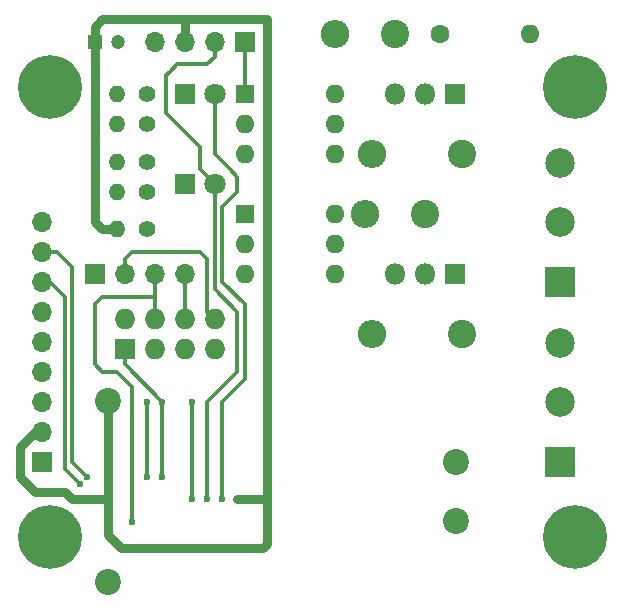
<source format=gbr>
G04 #@! TF.FileFunction,Copper,L1,Top,Signal*
%FSLAX46Y46*%
G04 Gerber Fmt 4.6, Leading zero omitted, Abs format (unit mm)*
G04 Created by KiCad (PCBNEW 4.0.7-e2-6376~58~ubuntu17.04.1) date Sat May  5 23:35:11 2018*
%MOMM*%
%LPD*%
G01*
G04 APERTURE LIST*
%ADD10C,0.100000*%
%ADD11C,5.400000*%
%ADD12C,2.200000*%
%ADD13R,1.700000X1.700000*%
%ADD14O,1.700000X1.700000*%
%ADD15R,1.727200X1.727200*%
%ADD16O,1.727200X1.727200*%
%ADD17R,1.600000X1.600000*%
%ADD18O,1.600000X1.600000*%
%ADD19R,1.800000X1.800000*%
%ADD20O,1.800000X1.800000*%
%ADD21C,1.800000*%
%ADD22C,2.400000*%
%ADD23O,2.400000X2.400000*%
%ADD24C,1.600000*%
%ADD25R,1.200000X1.200000*%
%ADD26C,1.200000*%
%ADD27C,2.500000*%
%ADD28R,2.500000X2.500000*%
%ADD29C,1.400000*%
%ADD30O,1.400000X1.400000*%
%ADD31C,0.600000*%
%ADD32C,0.300000*%
%ADD33C,0.800000*%
G04 APERTURE END LIST*
D10*
D11*
X176530000Y-137795000D03*
D12*
X210915000Y-136485000D03*
X210915000Y-131485000D03*
X181515000Y-141685000D03*
X181515000Y-126285000D03*
D13*
X175895000Y-131445000D03*
D14*
X175895000Y-128905000D03*
X175895000Y-126365000D03*
X175895000Y-123825000D03*
X175895000Y-121285000D03*
X175895000Y-118745000D03*
X175895000Y-116205000D03*
X175895000Y-113665000D03*
X175895000Y-111125000D03*
D11*
X176530000Y-99695000D03*
X220980000Y-137795000D03*
D15*
X182880000Y-121920000D03*
D16*
X182880000Y-119380000D03*
X185420000Y-121920000D03*
X185420000Y-119380000D03*
X187960000Y-121920000D03*
X187960000Y-119380000D03*
X190500000Y-121920000D03*
X190500000Y-119380000D03*
D17*
X193040000Y-110490000D03*
D18*
X200660000Y-115570000D03*
X193040000Y-113030000D03*
X200660000Y-113030000D03*
X193040000Y-115570000D03*
X200660000Y-110490000D03*
D19*
X210820000Y-115570000D03*
D20*
X208280000Y-115570000D03*
X205740000Y-115570000D03*
D19*
X187960000Y-100330000D03*
D21*
X190500000Y-100330000D03*
D19*
X187960000Y-107950000D03*
D21*
X190500000Y-107950000D03*
D17*
X193040000Y-100330000D03*
D18*
X200660000Y-105410000D03*
X193040000Y-102870000D03*
X200660000Y-102870000D03*
X193040000Y-105410000D03*
X200660000Y-100330000D03*
D19*
X210820000Y-100330000D03*
D20*
X208280000Y-100330000D03*
X205740000Y-100330000D03*
D13*
X193040000Y-95885000D03*
D14*
X190500000Y-95885000D03*
X187960000Y-95885000D03*
X185420000Y-95885000D03*
D22*
X205740000Y-95250000D03*
D23*
X200660000Y-95250000D03*
D22*
X208280000Y-110490000D03*
D23*
X203200000Y-110490000D03*
D22*
X211455000Y-105410000D03*
D23*
X203835000Y-105410000D03*
D22*
X211455000Y-120650000D03*
D23*
X203835000Y-120650000D03*
D13*
X180340000Y-115570000D03*
D14*
X182880000Y-115570000D03*
X185420000Y-115570000D03*
X187960000Y-115570000D03*
D11*
X220980000Y-99695000D03*
D24*
X209550000Y-95250000D03*
D18*
X217170000Y-95250000D03*
D25*
X180340000Y-95885000D03*
D26*
X182340000Y-95885000D03*
D27*
X219710000Y-106205000D03*
D28*
X219710000Y-116205000D03*
D27*
X219710000Y-111205000D03*
X219710000Y-121445000D03*
D28*
X219710000Y-131445000D03*
D27*
X219710000Y-126445000D03*
D29*
X184785000Y-100330000D03*
D30*
X182245000Y-100330000D03*
D29*
X184785000Y-106045000D03*
D30*
X182245000Y-106045000D03*
D29*
X184785000Y-102870000D03*
D30*
X182245000Y-102870000D03*
D29*
X184785000Y-108585000D03*
D30*
X182245000Y-108585000D03*
D29*
X184785000Y-111760000D03*
D30*
X182245000Y-111760000D03*
D31*
X191135000Y-134620000D03*
X189865000Y-134620000D03*
X186055000Y-126365000D03*
X186055000Y-132715000D03*
X184785000Y-126365000D03*
X184785000Y-132715000D03*
X183515000Y-136525000D03*
X188595000Y-126365000D03*
X188595000Y-134620000D03*
X179070000Y-133350000D03*
X179705000Y-132715000D03*
X192405000Y-134620000D03*
D32*
X191135000Y-132715000D02*
X191135000Y-126365000D01*
X191135000Y-126365000D02*
X193040000Y-124460000D01*
X193040000Y-95885000D02*
X193040000Y-100330000D01*
X191135000Y-115570000D02*
X191135000Y-116205000D01*
X191135000Y-116205000D02*
X193040000Y-118110000D01*
X193040000Y-124460000D02*
X193040000Y-118110000D01*
X191770000Y-109220000D02*
X192405000Y-108585000D01*
X192405000Y-107315000D02*
X191770000Y-106680000D01*
X192405000Y-108585000D02*
X192405000Y-107315000D01*
X190500000Y-105410000D02*
X190500000Y-100330000D01*
X191770000Y-106680000D02*
X190500000Y-105410000D01*
X191135000Y-109855000D02*
X191770000Y-109220000D01*
X191135000Y-115570000D02*
X191135000Y-109855000D01*
X191135000Y-134620000D02*
X191135000Y-132715000D01*
X186372500Y-101917500D02*
X186372500Y-98742500D01*
X186372500Y-98742500D02*
X186690000Y-98425000D01*
X189865000Y-132715000D02*
X189865000Y-126365000D01*
X189865000Y-126365000D02*
X192405000Y-123825000D01*
X190500000Y-95885000D02*
X190500000Y-97155000D01*
X190500000Y-97155000D02*
X189865000Y-97790000D01*
X187325000Y-97790000D02*
X186690000Y-98425000D01*
X189865000Y-97790000D02*
X187325000Y-97790000D01*
X189230000Y-106680000D02*
X189230000Y-104775000D01*
X189230000Y-106680000D02*
X190500000Y-107950000D01*
X186372500Y-101917500D02*
X189230000Y-104775000D01*
X190500000Y-116205000D02*
X190500000Y-116840000D01*
X190500000Y-116840000D02*
X192405000Y-118745000D01*
X192405000Y-123825000D02*
X192405000Y-118745000D01*
X190500000Y-114935000D02*
X190500000Y-116205000D01*
X190500000Y-114935000D02*
X190500000Y-107950000D01*
X189865000Y-132715000D02*
X189865000Y-133350000D01*
X189865000Y-133350000D02*
X189865000Y-134620000D01*
X182880000Y-121920000D02*
X182880000Y-123190000D01*
X182880000Y-123190000D02*
X186055000Y-126365000D01*
X186055000Y-132080000D02*
X186055000Y-126365000D01*
X186055000Y-132080000D02*
X186055000Y-132715000D01*
X189865000Y-115570000D02*
X189865000Y-114300000D01*
X182880000Y-114300000D02*
X182880000Y-115570000D01*
X183515000Y-113665000D02*
X182880000Y-114300000D01*
X189230000Y-113665000D02*
X183515000Y-113665000D01*
X189865000Y-114300000D02*
X189230000Y-113665000D01*
X190500000Y-119380000D02*
X189865000Y-118745000D01*
X189865000Y-118110000D02*
X189865000Y-115570000D01*
X189865000Y-118745000D02*
X189865000Y-118110000D01*
X184785000Y-132080000D02*
X184785000Y-132715000D01*
X184785000Y-132080000D02*
X184785000Y-126365000D01*
X185420000Y-117475000D02*
X185420000Y-115570000D01*
X180340000Y-123190000D02*
X180340000Y-118110000D01*
X180340000Y-118110000D02*
X180975000Y-117475000D01*
X185420000Y-117475000D02*
X180975000Y-117475000D01*
X185420000Y-119380000D02*
X185420000Y-117475000D01*
X183515000Y-127635000D02*
X183515000Y-125095000D01*
X180975000Y-123825000D02*
X180340000Y-123190000D01*
X182245000Y-123825000D02*
X180975000Y-123825000D01*
X183515000Y-125095000D02*
X182245000Y-123825000D01*
X183515000Y-135890000D02*
X183515000Y-127635000D01*
X183515000Y-136525000D02*
X183515000Y-135890000D01*
X187960000Y-119380000D02*
X187960000Y-115570000D01*
X188595000Y-134620000D02*
X188595000Y-126365000D01*
X179070000Y-133350000D02*
X177800000Y-132080000D01*
X177800000Y-117475000D02*
X176530000Y-116205000D01*
X177800000Y-132080000D02*
X177800000Y-117475000D01*
X176530000Y-116205000D02*
X175895000Y-116205000D01*
X178435000Y-131445000D02*
X178435000Y-129540000D01*
X179705000Y-132715000D02*
X178435000Y-131445000D01*
X177165000Y-113665000D02*
X175895000Y-113665000D01*
X178435000Y-129540000D02*
X178435000Y-114935000D01*
X178435000Y-114935000D02*
X177165000Y-113665000D01*
D33*
X182245000Y-111760000D02*
X180975000Y-111760000D01*
X180975000Y-111760000D02*
X180340000Y-111125000D01*
X180340000Y-95885000D02*
X180340000Y-111125000D01*
X177165000Y-133985000D02*
X177800000Y-133985000D01*
X177800000Y-133985000D02*
X178435000Y-134620000D01*
X181515000Y-134620000D02*
X178435000Y-134620000D01*
X175260000Y-133985000D02*
X173990000Y-132715000D01*
X177165000Y-133985000D02*
X175260000Y-133985000D01*
X187960000Y-94615000D02*
X187960000Y-93980000D01*
X180340000Y-95885000D02*
X180340000Y-94615000D01*
X180340000Y-94615000D02*
X180975000Y-93980000D01*
X180975000Y-93980000D02*
X187960000Y-93980000D01*
X187960000Y-93980000D02*
X188595000Y-93980000D01*
X182562500Y-138747500D02*
X194627500Y-138747500D01*
X194945000Y-138430000D02*
X194945000Y-134620000D01*
X194627500Y-138747500D02*
X194945000Y-138430000D01*
X193675000Y-134620000D02*
X194945000Y-134620000D01*
X192405000Y-134620000D02*
X193675000Y-134620000D01*
X194945000Y-134620000D02*
X194945000Y-133350000D01*
X194945000Y-127635000D02*
X194945000Y-128270000D01*
X194945000Y-125730000D02*
X194945000Y-127635000D01*
X194945000Y-128270000D02*
X194945000Y-132715000D01*
X194945000Y-133350000D02*
X194945000Y-132715000D01*
X173990000Y-132715000D02*
X173990000Y-130175000D01*
X173990000Y-130175000D02*
X175260000Y-128905000D01*
X175260000Y-128905000D02*
X175895000Y-128905000D01*
X194945000Y-93980000D02*
X188595000Y-93980000D01*
X194945000Y-93980000D02*
X194945000Y-121285000D01*
X187960000Y-94615000D02*
X187960000Y-95885000D01*
X187960000Y-95250000D02*
X187960000Y-94615000D01*
X194945000Y-121285000D02*
X194945000Y-125730000D01*
X181515000Y-126285000D02*
X181515000Y-128905000D01*
X181515000Y-128905000D02*
X181515000Y-129540000D01*
X181515000Y-129540000D02*
X181515000Y-133985000D01*
X181515000Y-133985000D02*
X181515000Y-134620000D01*
X181515000Y-134620000D02*
X181515000Y-135890000D01*
X181515000Y-135890000D02*
X181515000Y-137700000D01*
X181515000Y-137700000D02*
X182562500Y-138747500D01*
X181515000Y-126285000D02*
X181515000Y-126270000D01*
M02*

</source>
